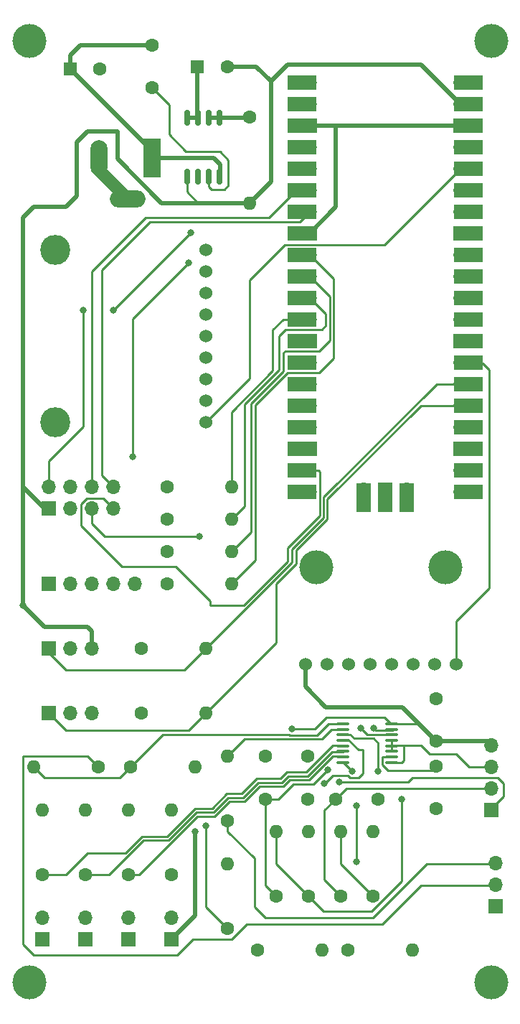
<source format=gbr>
%TF.GenerationSoftware,KiCad,Pcbnew,(6.0.5)*%
%TF.CreationDate,2022-08-06T13:25:36-04:00*%
%TF.ProjectId,RICM Greenpower Telemetry Module,5249434d-2047-4726-9565-6e706f776572,rev?*%
%TF.SameCoordinates,Original*%
%TF.FileFunction,Copper,L1,Top*%
%TF.FilePolarity,Positive*%
%FSLAX46Y46*%
G04 Gerber Fmt 4.6, Leading zero omitted, Abs format (unit mm)*
G04 Created by KiCad (PCBNEW (6.0.5)) date 2022-08-06 13:25:36*
%MOMM*%
%LPD*%
G01*
G04 APERTURE LIST*
G04 Aperture macros list*
%AMRoundRect*
0 Rectangle with rounded corners*
0 $1 Rounding radius*
0 $2 $3 $4 $5 $6 $7 $8 $9 X,Y pos of 4 corners*
0 Add a 4 corners polygon primitive as box body*
4,1,4,$2,$3,$4,$5,$6,$7,$8,$9,$2,$3,0*
0 Add four circle primitives for the rounded corners*
1,1,$1+$1,$2,$3*
1,1,$1+$1,$4,$5*
1,1,$1+$1,$6,$7*
1,1,$1+$1,$8,$9*
0 Add four rect primitives between the rounded corners*
20,1,$1+$1,$2,$3,$4,$5,0*
20,1,$1+$1,$4,$5,$6,$7,0*
20,1,$1+$1,$6,$7,$8,$9,0*
20,1,$1+$1,$8,$9,$2,$3,0*%
G04 Aperture macros list end*
%TA.AperFunction,ComponentPad*%
%ADD10R,1.700000X1.700000*%
%TD*%
%TA.AperFunction,ComponentPad*%
%ADD11O,1.700000X1.700000*%
%TD*%
%TA.AperFunction,ComponentPad*%
%ADD12C,1.600000*%
%TD*%
%TA.AperFunction,ComponentPad*%
%ADD13O,1.600000X1.600000*%
%TD*%
%TA.AperFunction,ComponentPad*%
%ADD14R,1.600000X1.600000*%
%TD*%
%TA.AperFunction,ComponentPad*%
%ADD15R,2.000000X4.600000*%
%TD*%
%TA.AperFunction,ComponentPad*%
%ADD16O,2.000000X4.200000*%
%TD*%
%TA.AperFunction,ComponentPad*%
%ADD17O,4.200000X2.000000*%
%TD*%
%TA.AperFunction,SMDPad,CuDef*%
%ADD18R,3.500000X1.700000*%
%TD*%
%TA.AperFunction,SMDPad,CuDef*%
%ADD19R,1.700000X3.500000*%
%TD*%
%TA.AperFunction,SMDPad,CuDef*%
%ADD20RoundRect,0.150000X0.150000X-0.800000X0.150000X0.800000X-0.150000X0.800000X-0.150000X-0.800000X0*%
%TD*%
%TA.AperFunction,ComponentPad*%
%ADD21C,3.540000*%
%TD*%
%TA.AperFunction,ComponentPad*%
%ADD22C,1.524000*%
%TD*%
%TA.AperFunction,ComponentPad*%
%ADD23C,4.000000*%
%TD*%
%TA.AperFunction,SMDPad,CuDef*%
%ADD24RoundRect,0.100000X-0.637500X-0.100000X0.637500X-0.100000X0.637500X0.100000X-0.637500X0.100000X0*%
%TD*%
%TA.AperFunction,ViaPad*%
%ADD25C,4.000000*%
%TD*%
%TA.AperFunction,ViaPad*%
%ADD26C,0.800000*%
%TD*%
%TA.AperFunction,Conductor*%
%ADD27C,0.250000*%
%TD*%
%TA.AperFunction,Conductor*%
%ADD28C,0.500000*%
%TD*%
%TA.AperFunction,Conductor*%
%ADD29C,1.500000*%
%TD*%
G04 APERTURE END LIST*
D10*
%TO.P,J4,1,Pin_1*%
%TO.N,SPD_0*%
X16325000Y-85590000D03*
D11*
%TO.P,J4,2,Pin_2*%
%TO.N,GND*%
X18865000Y-85590000D03*
%TO.P,J4,3,Pin_3*%
%TO.N,+5V*%
X21405000Y-85590000D03*
%TD*%
D12*
%TO.P,C1,1*%
%TO.N,Net-(C1-Pad1)*%
X28500000Y-19500000D03*
%TO.P,C1,2*%
%TO.N,Net-(C1-Pad2)*%
X28500000Y-14500000D03*
%TD*%
%TO.P,R18,1*%
%TO.N,Net-(R17-Pad2)*%
X25970000Y-99550000D03*
D13*
%TO.P,R18,2*%
%TO.N,GND*%
X33590000Y-99550000D03*
%TD*%
D12*
%TO.P,R19,1*%
%TO.N,Net-(J11-Pad3)*%
X37400000Y-105900000D03*
D13*
%TO.P,R19,2*%
%TO.N,Net-(R19-Pad2)*%
X37400000Y-98280000D03*
%TD*%
D14*
%TO.P,C2,1*%
%TO.N,Net-(C1-Pad2)*%
X18847349Y-17250000D03*
D12*
%TO.P,C2,2*%
%TO.N,GND*%
X22347349Y-17250000D03*
%TD*%
%TO.P,C8,1*%
%TO.N,+5V*%
X62000000Y-96500000D03*
%TO.P,C8,2*%
%TO.N,GND*%
X62000000Y-91500000D03*
%TD*%
%TO.P,R20,1*%
%TO.N,Net-(R19-Pad2)*%
X37400000Y-118600000D03*
D13*
%TO.P,R20,2*%
%TO.N,GND*%
X37400000Y-110980000D03*
%TD*%
D12*
%TO.P,R7,1*%
%TO.N,THERM_1*%
X20636000Y-112250000D03*
D13*
%TO.P,R7,2*%
%TO.N,+5V*%
X20636000Y-104630000D03*
%TD*%
D12*
%TO.P,C5,1*%
%TO.N,Net-(C5-Pad1)*%
X50140000Y-103360000D03*
%TO.P,C5,2*%
%TO.N,GND*%
X55140000Y-103360000D03*
%TD*%
D10*
%TO.P,J5,1,Pin_1*%
%TO.N,SPD_1*%
X16325000Y-93210000D03*
D11*
%TO.P,J5,2,Pin_2*%
%TO.N,GND*%
X18865000Y-93210000D03*
%TO.P,J5,3,Pin_3*%
%TO.N,+5V*%
X21405000Y-93210000D03*
%TD*%
D12*
%TO.P,C7,1*%
%TO.N,+5V*%
X62000000Y-99500000D03*
%TO.P,C7,2*%
%TO.N,GND*%
X62000000Y-104500000D03*
%TD*%
%TO.P,R4,1*%
%TO.N,Net-(J2-Pad2)*%
X30290000Y-66510000D03*
D13*
%TO.P,R4,2*%
%TO.N,Net-(R4-Pad2)*%
X37910000Y-66510000D03*
%TD*%
D10*
%TO.P,J8,1,Pin_1*%
%TO.N,GND*%
X15556000Y-119870000D03*
D11*
%TO.P,J8,2,Pin_2*%
%TO.N,THERM_0*%
X15556000Y-117330000D03*
%TD*%
D15*
%TO.P,J1,1*%
%TO.N,Net-(C1-Pad2)*%
X28510000Y-27780000D03*
D16*
%TO.P,J1,2*%
%TO.N,GND*%
X22210000Y-27780000D03*
D17*
%TO.P,J1,3*%
X25610000Y-32580000D03*
%TD*%
D10*
%TO.P,J6,1,Pin_1*%
%TO.N,GND*%
X20636000Y-119870000D03*
D11*
%TO.P,J6,2,Pin_2*%
%TO.N,THERM_1*%
X20636000Y-117330000D03*
%TD*%
D12*
%TO.P,R12,1*%
%TO.N,Net-(C5-Pad1)*%
X50735000Y-114790000D03*
D13*
%TO.P,R12,2*%
%TO.N,Net-(R12-Pad2)*%
X50735000Y-107170000D03*
%TD*%
D18*
%TO.P,U2,1,GPIO0*%
%TO.N,unconnected-(U2-Pad1)*%
X46210000Y-18870000D03*
D11*
X47110000Y-18870000D03*
D18*
%TO.P,U2,2,GPIO1*%
%TO.N,unconnected-(U2-Pad2)*%
X46210000Y-21410000D03*
D11*
X47110000Y-21410000D03*
D18*
%TO.P,U2,3,GND*%
%TO.N,GND*%
X46210000Y-23950000D03*
D10*
X47110000Y-23950000D03*
D18*
%TO.P,U2,4,GPIO2*%
%TO.N,Net-(J3-Pad8)*%
X46210000Y-26490000D03*
D11*
X47110000Y-26490000D03*
D18*
%TO.P,U2,5,GPIO3*%
%TO.N,Net-(J3-Pad7)*%
X46210000Y-29030000D03*
D11*
X47110000Y-29030000D03*
%TO.P,U2,6,GPIO4*%
%TO.N,Net-(J3-Pad6)*%
X47110000Y-31570000D03*
D18*
X46210000Y-31570000D03*
D11*
%TO.P,U2,7,GPIO5*%
%TO.N,Net-(J3-Pad5)*%
X47110000Y-34110000D03*
D18*
X46210000Y-34110000D03*
%TO.P,U2,8,GND*%
%TO.N,GND*%
X46210000Y-36650000D03*
D10*
X47110000Y-36650000D03*
D18*
%TO.P,U2,9,GPIO6*%
%TO.N,Net-(R1-Pad2)*%
X46210000Y-39190000D03*
D11*
X47110000Y-39190000D03*
%TO.P,U2,10,GPIO7*%
%TO.N,Net-(R2-Pad2)*%
X47110000Y-41730000D03*
D18*
X46210000Y-41730000D03*
D11*
%TO.P,U2,11,GPIO8*%
%TO.N,Net-(R3-Pad2)*%
X47110000Y-44270000D03*
D18*
X46210000Y-44270000D03*
%TO.P,U2,12,GPIO9*%
%TO.N,Net-(R4-Pad2)*%
X46210000Y-46810000D03*
D11*
X47110000Y-46810000D03*
D10*
%TO.P,U2,13,GND*%
%TO.N,GND*%
X47110000Y-49350000D03*
D18*
X46210000Y-49350000D03*
%TO.P,U2,14,GPIO10*%
%TO.N,SPI_SCK*%
X46210000Y-51890000D03*
D11*
X47110000Y-51890000D03*
%TO.P,U2,15,GPIO11*%
%TO.N,SPI_TX*%
X47110000Y-54430000D03*
D18*
X46210000Y-54430000D03*
D11*
%TO.P,U2,16,GPIO12*%
%TO.N,SPI_RX*%
X47110000Y-56970000D03*
D18*
X46210000Y-56970000D03*
%TO.P,U2,17,GPIO13*%
%TO.N,SD_CS*%
X46210000Y-59510000D03*
D11*
X47110000Y-59510000D03*
D10*
%TO.P,U2,18,GND*%
%TO.N,GND*%
X47110000Y-62050000D03*
D18*
X46210000Y-62050000D03*
D11*
%TO.P,U2,19,GPIO14*%
%TO.N,I2C0_SDA*%
X47110000Y-64590000D03*
D18*
X46210000Y-64590000D03*
D11*
%TO.P,U2,20,GPIO15*%
%TO.N,I2C0_SCL*%
X47110000Y-67130000D03*
D18*
X46210000Y-67130000D03*
D11*
%TO.P,U2,21,GPIO16*%
%TO.N,I2C_SDA*%
X64890000Y-67130000D03*
D18*
X65790000Y-67130000D03*
%TO.P,U2,22,GPIO17*%
%TO.N,I2C_SCL*%
X65790000Y-64590000D03*
D11*
X64890000Y-64590000D03*
D18*
%TO.P,U2,23,GND*%
%TO.N,GND*%
X65790000Y-62050000D03*
D10*
X64890000Y-62050000D03*
D18*
%TO.P,U2,24,GPIO18*%
%TO.N,unconnected-(U2-Pad24)*%
X65790000Y-59510000D03*
D11*
X64890000Y-59510000D03*
%TO.P,U2,25,GPIO19*%
%TO.N,SPD_1*%
X64890000Y-56970000D03*
D18*
X65790000Y-56970000D03*
D11*
%TO.P,U2,26,GPIO20*%
%TO.N,SPD_0*%
X64890000Y-54430000D03*
D18*
X65790000Y-54430000D03*
D11*
%TO.P,U2,27,GPIO21*%
%TO.N,ACC_INT*%
X64890000Y-51890000D03*
D18*
X65790000Y-51890000D03*
%TO.P,U2,28,GND*%
%TO.N,GND*%
X65790000Y-49350000D03*
D10*
X64890000Y-49350000D03*
D18*
%TO.P,U2,29,GPIO22*%
%TO.N,SD_DET*%
X65790000Y-46810000D03*
D11*
X64890000Y-46810000D03*
%TO.P,U2,30,RUN*%
%TO.N,unconnected-(U2-Pad30)*%
X64890000Y-44270000D03*
D18*
X65790000Y-44270000D03*
%TO.P,U2,31,GPIO26_ADC0*%
%TO.N,unconnected-(U2-Pad31)*%
X65790000Y-41730000D03*
D11*
X64890000Y-41730000D03*
D18*
%TO.P,U2,32,GPIO27_ADC1*%
%TO.N,unconnected-(U2-Pad32)*%
X65790000Y-39190000D03*
D11*
X64890000Y-39190000D03*
D18*
%TO.P,U2,33,AGND*%
%TO.N,unconnected-(U2-Pad33)*%
X65790000Y-36650000D03*
D10*
X64890000Y-36650000D03*
D11*
%TO.P,U2,34,GPIO28_ADC2*%
%TO.N,unconnected-(U2-Pad34)*%
X64890000Y-34110000D03*
D18*
X65790000Y-34110000D03*
D11*
%TO.P,U2,35,ADC_VREF*%
%TO.N,unconnected-(U2-Pad35)*%
X64890000Y-31570000D03*
D18*
X65790000Y-31570000D03*
%TO.P,U2,36,3V3*%
%TO.N,+3V3*%
X65790000Y-29030000D03*
D11*
X64890000Y-29030000D03*
%TO.P,U2,37,3V3_EN*%
%TO.N,unconnected-(U2-Pad37)*%
X64890000Y-26490000D03*
D18*
X65790000Y-26490000D03*
D10*
%TO.P,U2,38,GND*%
%TO.N,GND*%
X64890000Y-23950000D03*
D18*
X65790000Y-23950000D03*
D11*
%TO.P,U2,39,VSYS*%
%TO.N,+5V*%
X64890000Y-21410000D03*
D18*
X65790000Y-21410000D03*
D11*
%TO.P,U2,40,VBUS*%
%TO.N,unconnected-(U2-Pad40)*%
X64890000Y-18870000D03*
D18*
X65790000Y-18870000D03*
D19*
%TO.P,U2,41,SWCLK*%
%TO.N,unconnected-(U2-Pad41)*%
X53460000Y-67800000D03*
D11*
X53460000Y-66900000D03*
D19*
%TO.P,U2,42,GND*%
%TO.N,unconnected-(U2-Pad42)*%
X56000000Y-67800000D03*
D10*
X56000000Y-66900000D03*
D11*
%TO.P,U2,43,SWDIO*%
%TO.N,unconnected-(U2-Pad43)*%
X58540000Y-66900000D03*
D19*
X58540000Y-67800000D03*
%TD*%
D12*
%TO.P,R3,1*%
%TO.N,Net-(J2-Pad3)*%
X30290000Y-70320000D03*
D13*
%TO.P,R3,2*%
%TO.N,Net-(R3-Pad2)*%
X37910000Y-70320000D03*
%TD*%
D10*
%TO.P,J9,1,Pin_1*%
%TO.N,Net-(C6-Pad1)*%
X68500000Y-104630000D03*
D11*
%TO.P,J9,2,Pin_2*%
%TO.N,Net-(C5-Pad1)*%
X68500000Y-102090000D03*
%TO.P,J9,3,Pin_3*%
%TO.N,GND*%
X68500000Y-99550000D03*
%TO.P,J9,4,Pin_4*%
%TO.N,+5V*%
X68500000Y-97010000D03*
%TD*%
D20*
%TO.P,U1,1,FB*%
%TO.N,+5V*%
X32595000Y-30000000D03*
%TO.P,U1,2,NC*%
%TO.N,unconnected-(U1-Pad2)*%
X33865000Y-30000000D03*
%TO.P,U1,3,VC*%
%TO.N,Net-(C1-Pad1)*%
X35135000Y-30000000D03*
%TO.P,U1,4,VIN*%
%TO.N,Net-(C1-Pad2)*%
X36405000Y-30000000D03*
%TO.P,U1,5,SW*%
%TO.N,Net-(L1-Pad1)*%
X36405000Y-23000000D03*
%TO.P,U1,6,SW*%
X35135000Y-23000000D03*
%TO.P,U1,7,GND*%
%TO.N,GND*%
X33865000Y-23000000D03*
%TO.P,U1,8,GND*%
X32595000Y-23000000D03*
%TD*%
D10*
%TO.P,J11,1,Pin_1*%
%TO.N,GND*%
X69000000Y-116025000D03*
D11*
%TO.P,J11,2,Pin_2*%
%TO.N,Net-(J11-Pad2)*%
X69000000Y-113485000D03*
%TO.P,J11,3,Pin_3*%
%TO.N,Net-(J11-Pad3)*%
X69000000Y-110945000D03*
%TD*%
D12*
%TO.P,R11,1*%
%TO.N,Net-(R10-Pad2)*%
X46925000Y-114790000D03*
D13*
%TO.P,R11,2*%
%TO.N,GND*%
X46925000Y-107170000D03*
%TD*%
D12*
%TO.P,R16,1*%
%TO.N,Net-(J10-Pad2)*%
X30796000Y-112250000D03*
D13*
%TO.P,R16,2*%
%TO.N,+5V*%
X30796000Y-104630000D03*
%TD*%
D10*
%TO.P,J3,1,Pin_1*%
%TO.N,+5V*%
X16330000Y-69055000D03*
D11*
%TO.P,J3,2,Pin_2*%
%TO.N,GND*%
X18870000Y-69055000D03*
%TO.P,J3,3,Pin_3*%
%TO.N,I2C0_SCL*%
X21410000Y-69055000D03*
%TO.P,J3,4,Pin_4*%
%TO.N,I2C0_SDA*%
X23950000Y-69055000D03*
%TO.P,J3,5,Pin_5*%
%TO.N,Net-(J3-Pad5)*%
X23950000Y-66515000D03*
%TO.P,J3,6,Pin_6*%
%TO.N,Net-(J3-Pad6)*%
X21410000Y-66515000D03*
%TO.P,J3,7,Pin_7*%
%TO.N,Net-(J3-Pad7)*%
X18870000Y-66515000D03*
%TO.P,J3,8,Pin_8*%
%TO.N,Net-(J3-Pad8)*%
X16330000Y-66515000D03*
%TD*%
D12*
%TO.P,L1,1,1*%
%TO.N,Net-(L1-Pad1)*%
X40000000Y-22920000D03*
D13*
%TO.P,L1,2,2*%
%TO.N,+5V*%
X40000000Y-33080000D03*
%TD*%
D12*
%TO.P,R13,1*%
%TO.N,Net-(R12-Pad2)*%
X54545000Y-114790000D03*
D13*
%TO.P,R13,2*%
%TO.N,GND*%
X54545000Y-107170000D03*
%TD*%
D14*
%TO.P,C3,1*%
%TO.N,GND*%
X33847349Y-17000000D03*
D12*
%TO.P,C3,2*%
%TO.N,+5V*%
X37347349Y-17000000D03*
%TD*%
%TO.P,R6,1*%
%TO.N,+5V*%
X27240000Y-93210000D03*
D13*
%TO.P,R6,2*%
%TO.N,SPD_1*%
X34860000Y-93210000D03*
%TD*%
D10*
%TO.P,J2,1,Pin_1*%
%TO.N,GND*%
X16325000Y-77940000D03*
D11*
%TO.P,J2,2,Pin_2*%
%TO.N,Net-(J2-Pad2)*%
X18865000Y-77940000D03*
%TO.P,J2,3,Pin_3*%
%TO.N,Net-(J2-Pad3)*%
X21405000Y-77940000D03*
%TO.P,J2,4,Pin_4*%
%TO.N,Net-(J2-Pad4)*%
X23945000Y-77940000D03*
%TO.P,J2,5,Pin_5*%
%TO.N,Net-(J2-Pad5)*%
X26485000Y-77940000D03*
%TD*%
D12*
%TO.P,R5,1*%
%TO.N,+5V*%
X27240000Y-85590000D03*
D13*
%TO.P,R5,2*%
%TO.N,SPD_0*%
X34860000Y-85590000D03*
%TD*%
D12*
%TO.P,R1,1*%
%TO.N,Net-(J2-Pad5)*%
X30290000Y-77940000D03*
D13*
%TO.P,R1,2*%
%TO.N,Net-(R1-Pad2)*%
X37910000Y-77940000D03*
%TD*%
D12*
%TO.P,R9,1*%
%TO.N,THERM_0*%
X15556000Y-112250000D03*
D13*
%TO.P,R9,2*%
%TO.N,+5V*%
X15556000Y-104630000D03*
%TD*%
D12*
%TO.P,R10,1*%
%TO.N,Net-(C6-Pad1)*%
X43115000Y-114790000D03*
D13*
%TO.P,R10,2*%
%TO.N,Net-(R10-Pad2)*%
X43115000Y-107170000D03*
%TD*%
D21*
%TO.P,U4,*%
%TO.N,*%
X17080000Y-58910000D03*
X17080000Y-38590000D03*
D22*
%TO.P,U4,1,3v*%
%TO.N,+3V3*%
X34860000Y-58910000D03*
%TO.P,U4,2,GND*%
%TO.N,GND*%
X34860000Y-56370000D03*
%TO.P,U4,3,CLK*%
%TO.N,SPI_SCK*%
X34860000Y-53830000D03*
%TO.P,U4,4,SO/D0*%
%TO.N,SPI_RX*%
X34860000Y-51290000D03*
%TO.P,U4,5,SI/CMD*%
%TO.N,SPI_TX*%
X34860000Y-48750000D03*
%TO.P,U4,6,CS/D3*%
%TO.N,SD_CS*%
X34860000Y-46210000D03*
%TO.P,U4,7,D1*%
%TO.N,unconnected-(U4-Pad7)*%
X34860000Y-43670000D03*
%TO.P,U4,8,D2*%
%TO.N,unconnected-(U4-Pad8)*%
X34860000Y-41130000D03*
%TO.P,U4,9,DET*%
%TO.N,SD_DET*%
X34860000Y-38590000D03*
%TD*%
D12*
%TO.P,R15,1*%
%TO.N,GND*%
X40956000Y-121140000D03*
D13*
%TO.P,R15,2*%
%TO.N,THERM_3*%
X48576000Y-121140000D03*
%TD*%
D12*
%TO.P,R2,1*%
%TO.N,Net-(J2-Pad4)*%
X30290000Y-74130000D03*
D13*
%TO.P,R2,2*%
%TO.N,Net-(R2-Pad2)*%
X37910000Y-74130000D03*
%TD*%
D23*
%TO.P,U3,*%
%TO.N,*%
X47880000Y-76000000D03*
X63120000Y-76000000D03*
D22*
%TO.P,U3,1,VCC*%
%TO.N,+5V*%
X46610000Y-87430000D03*
%TO.P,U3,2,GND*%
%TO.N,GND*%
X49150000Y-87430000D03*
%TO.P,U3,3,SCL*%
%TO.N,I2C_SCL*%
X51690000Y-87430000D03*
%TO.P,U3,4,SDA*%
%TO.N,I2C_SDA*%
X54230000Y-87430000D03*
%TO.P,U3,5,XDA*%
%TO.N,unconnected-(U3-Pad5)*%
X56770000Y-87430000D03*
%TO.P,U3,6,XCL*%
%TO.N,unconnected-(U3-Pad6)*%
X59310000Y-87430000D03*
%TO.P,U3,7,ADO*%
%TO.N,GND*%
X61850000Y-87430000D03*
%TO.P,U3,8,INT*%
%TO.N,ACC_INT*%
X64390000Y-87430000D03*
%TD*%
D12*
%TO.P,R14,1*%
%TO.N,Net-(J10-Pad2)*%
X51624000Y-121140000D03*
D13*
%TO.P,R14,2*%
%TO.N,THERM_3*%
X59244000Y-121140000D03*
%TD*%
D10*
%TO.P,J10,1,Pin_1*%
%TO.N,GND*%
X30796000Y-119875000D03*
D11*
%TO.P,J10,2,Pin_2*%
%TO.N,Net-(J10-Pad2)*%
X30796000Y-117335000D03*
%TD*%
D12*
%TO.P,R8,1*%
%TO.N,THERM_2*%
X25716000Y-112250000D03*
D13*
%TO.P,R8,2*%
%TO.N,+5V*%
X25716000Y-104630000D03*
%TD*%
D12*
%TO.P,R17,1*%
%TO.N,Net-(J11-Pad2)*%
X22160000Y-99550000D03*
D13*
%TO.P,R17,2*%
%TO.N,Net-(R17-Pad2)*%
X14540000Y-99550000D03*
%TD*%
D10*
%TO.P,J7,1,Pin_1*%
%TO.N,GND*%
X25716000Y-119870000D03*
D11*
%TO.P,J7,2,Pin_2*%
%TO.N,THERM_2*%
X25716000Y-117330000D03*
%TD*%
D12*
%TO.P,C4,1*%
%TO.N,+5V*%
X41845000Y-98280000D03*
%TO.P,C4,2*%
%TO.N,GND*%
X46845000Y-98280000D03*
%TD*%
D24*
%TO.P,U5,1,CH0*%
%TO.N,Net-(R17-Pad2)*%
X51047500Y-94481000D03*
%TO.P,U5,2,CH1*%
%TO.N,Net-(R19-Pad2)*%
X51047500Y-95131000D03*
%TO.P,U5,3,CH2*%
%TO.N,Net-(R10-Pad2)*%
X51047500Y-95781000D03*
%TO.P,U5,4,CH3*%
%TO.N,Net-(R12-Pad2)*%
X51047500Y-96431000D03*
%TO.P,U5,5,CH4*%
%TO.N,THERM_0*%
X51047500Y-97081000D03*
%TO.P,U5,6,CH5*%
%TO.N,THERM_1*%
X51047500Y-97731000D03*
%TO.P,U5,7,CH6*%
%TO.N,THERM_2*%
X51047500Y-98381000D03*
%TO.P,U5,8,CH7*%
%TO.N,THERM_3*%
X51047500Y-99031000D03*
%TO.P,U5,9,GND*%
%TO.N,GND*%
X56772500Y-99031000D03*
%TO.P,U5,10,REFin/REFout*%
%TO.N,+5V*%
X56772500Y-98381000D03*
%TO.P,U5,11,COM*%
%TO.N,GND*%
X56772500Y-97731000D03*
%TO.P,U5,12,A0*%
X56772500Y-97081000D03*
%TO.P,U5,13,A1*%
X56772500Y-96431000D03*
%TO.P,U5,14,SCL*%
%TO.N,I2C_SCL*%
X56772500Y-95781000D03*
%TO.P,U5,15,SDA*%
%TO.N,I2C_SDA*%
X56772500Y-95131000D03*
%TO.P,U5,16,VDD*%
%TO.N,+5V*%
X56772500Y-94481000D03*
%TD*%
D12*
%TO.P,C6,1*%
%TO.N,Net-(C6-Pad1)*%
X41845000Y-103360000D03*
%TO.P,C6,2*%
%TO.N,GND*%
X46845000Y-103360000D03*
%TD*%
D25*
%TO.N,*%
X14000000Y-125000000D03*
X14000000Y-14000000D03*
X68500000Y-125000000D03*
X68500000Y-14000000D03*
D26*
%TO.N,GND*%
X33590000Y-107170000D03*
%TO.N,I2C_SCL*%
X53148000Y-94978000D03*
%TO.N,+5V*%
X45020000Y-95105000D03*
X13270000Y-80500000D03*
%TO.N,Net-(C6-Pad1)*%
X49211000Y-99931000D03*
X50608000Y-101328000D03*
%TO.N,Net-(J3-Pad7)*%
X26224000Y-62974000D03*
X32828000Y-40114000D03*
%TO.N,I2C_SDA*%
X54672000Y-94978000D03*
%TO.N,Net-(J3-Pad8)*%
X20382000Y-45702000D03*
X23938000Y-45702000D03*
X33082000Y-36558000D03*
%TO.N,Net-(R10-Pad2)*%
X57974000Y-103360000D03*
X55180000Y-100058000D03*
%TO.N,I2C0_SCL*%
X34098000Y-72372000D03*
%TO.N,Net-(R12-Pad2)*%
X48830000Y-101544500D03*
%TO.N,THERM_3*%
X52640000Y-104122000D03*
X52132000Y-100058000D03*
X52640000Y-110726000D03*
%TO.N,Net-(R19-Pad2)*%
X34860000Y-106535000D03*
%TD*%
D27*
%TO.N,Net-(C1-Pad1)*%
X35135000Y-30000000D02*
X35135000Y-31135000D01*
X32500000Y-27000000D02*
X30500000Y-25000000D01*
X37500000Y-28000000D02*
X36500000Y-27000000D01*
X37000000Y-31500000D02*
X37500000Y-31000000D01*
X30500000Y-25000000D02*
X30500000Y-21500000D01*
X37500000Y-31000000D02*
X37500000Y-28000000D01*
X28500000Y-19500000D02*
X30500000Y-21500000D01*
X35135000Y-31135000D02*
X35500000Y-31500000D01*
X36500000Y-27000000D02*
X32500000Y-27000000D01*
X35500000Y-31500000D02*
X37000000Y-31500000D01*
D28*
%TO.N,Net-(C1-Pad2)*%
X18847349Y-17250000D02*
X18847349Y-15652651D01*
X18847349Y-15652651D02*
X20000000Y-14500000D01*
X28510000Y-27780000D02*
X35780000Y-27780000D01*
X36500000Y-29905000D02*
X36405000Y-30000000D01*
X28510000Y-27780000D02*
X28510000Y-26912651D01*
X36500000Y-28500000D02*
X36500000Y-29905000D01*
X20000000Y-14500000D02*
X28500000Y-14500000D01*
X28510000Y-26912651D02*
X18847349Y-17250000D01*
X35780000Y-27780000D02*
X36500000Y-28500000D01*
D27*
%TO.N,GND*%
X58228000Y-97010000D02*
X56704000Y-97010000D01*
X64400000Y-98000000D02*
X61250000Y-98000000D01*
D28*
X47110000Y-36650000D02*
X50200000Y-33560000D01*
X50200000Y-23950000D02*
X64890000Y-23950000D01*
D27*
X60260000Y-97010000D02*
X58228000Y-97010000D01*
D29*
X22210000Y-27780000D02*
X22210000Y-29180000D01*
D27*
X65950000Y-99550000D02*
X64400000Y-98000000D01*
D28*
X33590000Y-117076000D02*
X30796000Y-119870000D01*
D27*
X68450000Y-99550000D02*
X65950000Y-99550000D01*
X56772500Y-96431000D02*
X56772500Y-97586500D01*
D28*
X33590000Y-107170000D02*
X33590000Y-117076000D01*
D27*
X56772500Y-99031000D02*
X57985000Y-99031000D01*
D28*
X47110000Y-23950000D02*
X50200000Y-23950000D01*
X32595000Y-23000000D02*
X33865000Y-23000000D01*
D29*
X22210000Y-29180000D02*
X25610000Y-32580000D01*
D27*
X58228000Y-98788000D02*
X58228000Y-97010000D01*
X61250000Y-98000000D02*
X60260000Y-97010000D01*
D28*
X50200000Y-33560000D02*
X50200000Y-23950000D01*
X33847349Y-22982349D02*
X33865000Y-23000000D01*
D27*
X57985000Y-99031000D02*
X58228000Y-98788000D01*
D28*
X33847349Y-17000000D02*
X33847349Y-22982349D01*
D27*
%TO.N,I2C_SCL*%
X53910000Y-95740000D02*
X56704000Y-95740000D01*
X53148000Y-94978000D02*
X53910000Y-95740000D01*
D28*
%TO.N,+5V*%
X20890000Y-24620000D02*
X19620000Y-25890000D01*
D27*
X56772500Y-94481000D02*
X59981000Y-94481000D01*
D28*
X68000000Y-96500000D02*
X68500000Y-97000000D01*
X42500000Y-18750000D02*
X40750000Y-17000000D01*
X19620000Y-32240000D02*
X18350000Y-33510000D01*
D27*
X49084000Y-93708000D02*
X55942000Y-93708000D01*
X55629520Y-98381000D02*
X55629520Y-99274542D01*
D28*
X44500000Y-16750000D02*
X60230000Y-16750000D01*
D27*
X45020000Y-95105000D02*
X47687000Y-95105000D01*
D28*
X15795000Y-69055000D02*
X16330000Y-69055000D01*
X24380000Y-27880000D02*
X29580000Y-33080000D01*
D27*
X55629520Y-99274542D02*
X56354978Y-100000000D01*
D28*
X46610000Y-87430000D02*
X46610000Y-90110000D01*
X33920000Y-33080000D02*
X40000000Y-33080000D01*
X21405000Y-83555000D02*
X20890000Y-83040000D01*
X14540000Y-33510000D02*
X13270000Y-34780000D01*
X19620000Y-25890000D02*
X19620000Y-32240000D01*
X18350000Y-33510000D02*
X14540000Y-33510000D01*
D27*
X55942000Y-93708000D02*
X56704000Y-94470000D01*
D28*
X60000000Y-94500000D02*
X62000000Y-96500000D01*
X60230000Y-16750000D02*
X64890000Y-21410000D01*
X40000000Y-33080000D02*
X42500000Y-30580000D01*
X62000000Y-96500000D02*
X68000000Y-96500000D01*
X13270000Y-34780000D02*
X13270000Y-66530000D01*
X42500000Y-18750000D02*
X44500000Y-16750000D01*
X58000000Y-92500000D02*
X60000000Y-94500000D01*
D27*
X47687000Y-95105000D02*
X49084000Y-93708000D01*
D28*
X13270000Y-66530000D02*
X15795000Y-69055000D01*
D27*
X59981000Y-94481000D02*
X60000000Y-94500000D01*
D28*
X20890000Y-83040000D02*
X15810000Y-83040000D01*
X29580000Y-33080000D02*
X33920000Y-33080000D01*
X13270000Y-80500000D02*
X15810000Y-83040000D01*
X24380000Y-24620000D02*
X24380000Y-27880000D01*
X40750000Y-17000000D02*
X37347349Y-17000000D01*
D27*
X32595000Y-31755000D02*
X33920000Y-33080000D01*
D28*
X42500000Y-30580000D02*
X42500000Y-18750000D01*
X13270000Y-80500000D02*
X13270000Y-66530000D01*
D27*
X56772500Y-98381000D02*
X55629520Y-98381000D01*
D28*
X21405000Y-85590000D02*
X21405000Y-83555000D01*
D27*
X32595000Y-30000000D02*
X32595000Y-31755000D01*
X56354978Y-100000000D02*
X61500000Y-100000000D01*
X61500000Y-100000000D02*
X62000000Y-99500000D01*
D28*
X46610000Y-90110000D02*
X49000000Y-92500000D01*
X20890000Y-24620000D02*
X24380000Y-24620000D01*
X49000000Y-92500000D02*
X58000000Y-92500000D01*
D27*
%TO.N,Net-(C5-Pad1)*%
X50140000Y-103360000D02*
X51410000Y-102090000D01*
X51410000Y-102090000D02*
X68410000Y-102090000D01*
X48830000Y-112885000D02*
X48830000Y-104670000D01*
X48830000Y-104670000D02*
X50140000Y-103360000D01*
X68410000Y-102090000D02*
X68500000Y-102000000D01*
X50735000Y-114790000D02*
X48830000Y-112885000D01*
%TO.N,Net-(C6-Pad1)*%
X70000000Y-103000000D02*
X68500000Y-104500000D01*
X70000000Y-101500000D02*
X70000000Y-103000000D01*
X69320000Y-100820000D02*
X70000000Y-101500000D01*
X59244000Y-100820000D02*
X69320000Y-100820000D01*
X41845000Y-103360000D02*
X41845000Y-113520000D01*
X45133300Y-101582000D02*
X47560000Y-101582000D01*
X43355300Y-103360000D02*
X45133300Y-101582000D01*
X58736000Y-101328000D02*
X59244000Y-100820000D01*
X41845000Y-113520000D02*
X43115000Y-114790000D01*
X41845000Y-103360000D02*
X43355300Y-103360000D01*
X50608000Y-101328000D02*
X58736000Y-101328000D01*
X47560000Y-101582000D02*
X49211000Y-99931000D01*
%TO.N,Net-(J3-Pad5)*%
X22584511Y-64073489D02*
X22584511Y-40959489D01*
X37780282Y-35288000D02*
X45932000Y-35288000D01*
X22584511Y-65176511D02*
X23938000Y-66530000D01*
X45932000Y-35288000D02*
X47110000Y-34110000D01*
X22584511Y-40959489D02*
X28256000Y-35288000D01*
X28256000Y-35288000D02*
X37780282Y-35288000D01*
X22584511Y-64073489D02*
X22584511Y-65176511D01*
%TO.N,THERM_1*%
X20636000Y-112250000D02*
X23430000Y-112250000D01*
X43817802Y-101386480D02*
X44579803Y-100624480D01*
X35748282Y-104884000D02*
X37467803Y-103164480D01*
X41023803Y-101386480D02*
X43817802Y-101386480D01*
X44579803Y-100624480D02*
X46857189Y-100624480D01*
X27494000Y-108186000D02*
X30414282Y-108186000D01*
X39245802Y-103164480D02*
X41023803Y-101386480D01*
X23430000Y-112250000D02*
X27494000Y-108186000D01*
X33716283Y-104884000D02*
X35748282Y-104884000D01*
X46857189Y-100624480D02*
X49709669Y-97772000D01*
X49709669Y-97772000D02*
X51116000Y-97772000D01*
X30414282Y-108186000D02*
X33716283Y-104884000D01*
X37467803Y-103164480D02*
X39245802Y-103164480D01*
%TO.N,THERM_2*%
X39432000Y-103614000D02*
X41210000Y-101836000D01*
X33844000Y-105392000D02*
X35876000Y-105392000D01*
X44766000Y-101074000D02*
X47052000Y-101074000D01*
X49837386Y-98280000D02*
X50608000Y-98280000D01*
X37654000Y-103614000D02*
X39432000Y-103614000D01*
X41210000Y-101836000D02*
X44004000Y-101836000D01*
X44004000Y-101836000D02*
X44766000Y-101074000D01*
X48486489Y-99630897D02*
X49837386Y-98280000D01*
X47052000Y-101074000D02*
X48486489Y-99639511D01*
X26986000Y-112250000D02*
X33844000Y-105392000D01*
X48486489Y-99639511D02*
X48486489Y-99630897D01*
X25716000Y-112250000D02*
X26986000Y-112250000D01*
X35876000Y-105392000D02*
X37654000Y-103614000D01*
%TO.N,THERM_0*%
X43631606Y-100936960D02*
X44393606Y-100174960D01*
X15556000Y-112250000D02*
X18350000Y-112250000D01*
X44766001Y-100174961D02*
X46670990Y-100174961D01*
X39059604Y-102714960D02*
X40837606Y-100936960D01*
X27307803Y-107736480D02*
X30228084Y-107736480D01*
X44393606Y-100174960D02*
X44766001Y-100174961D01*
X25334282Y-109710000D02*
X27307803Y-107736480D01*
X46670990Y-100174961D02*
X49835951Y-97010000D01*
X20890000Y-109710000D02*
X25334282Y-109710000D01*
X40837606Y-100936960D02*
X43631606Y-100936960D01*
X18350000Y-112250000D02*
X20890000Y-109710000D01*
X49835951Y-97010000D02*
X51116000Y-97010000D01*
X33530086Y-104434480D02*
X35562084Y-104434480D01*
X37281606Y-102714960D02*
X39059604Y-102714960D01*
X35562084Y-104434480D02*
X37281606Y-102714960D01*
X30228084Y-107736480D02*
X33530086Y-104434480D01*
%TO.N,Net-(J3-Pad6)*%
X37908000Y-34780000D02*
X42290978Y-34780000D01*
X45500978Y-31570000D02*
X47110000Y-31570000D01*
X27748000Y-34780000D02*
X37908000Y-34780000D01*
X21410000Y-66264000D02*
X21398000Y-66276000D01*
X42290978Y-34780000D02*
X45500978Y-31570000D01*
X21410000Y-41118000D02*
X27748000Y-34780000D01*
X21410000Y-41118000D02*
X21410000Y-66264000D01*
%TO.N,Net-(J3-Pad7)*%
X26224000Y-46718000D02*
X32828000Y-40114000D01*
X26224000Y-62466000D02*
X26224000Y-46718000D01*
X26224000Y-62974000D02*
X26224000Y-62466000D01*
%TO.N,I2C_SDA*%
X54672000Y-94978000D02*
X54926000Y-95232000D01*
X54926000Y-95232000D02*
X56958000Y-95232000D01*
%TO.N,Net-(J3-Pad8)*%
X16318000Y-63482000D02*
X16318000Y-66530000D01*
X23950000Y-45690000D02*
X23938000Y-45702000D01*
X20382000Y-45702000D02*
X20382000Y-59418000D01*
X20382000Y-59418000D02*
X16318000Y-63482000D01*
X23950000Y-45690000D02*
X33082000Y-36558000D01*
%TO.N,Net-(J11-Pad2)*%
X13270000Y-98280000D02*
X13270000Y-120505000D01*
X14540000Y-121775000D02*
X31431000Y-121775000D01*
X33336000Y-119870000D02*
X37908000Y-119870000D01*
X13270000Y-120505000D02*
X14540000Y-121775000D01*
X60265000Y-113515000D02*
X62800000Y-113515000D01*
X39686000Y-118092000D02*
X55688000Y-118092000D01*
X55688000Y-118092000D02*
X60265000Y-113515000D01*
X62800000Y-113515000D02*
X68985000Y-113515000D01*
X20890000Y-98280000D02*
X13270000Y-98280000D01*
X31431000Y-121775000D02*
X33336000Y-119870000D01*
X37908000Y-119870000D02*
X39686000Y-118092000D01*
X22160000Y-99550000D02*
X20890000Y-98280000D01*
%TO.N,SPD_0*%
X44975000Y-73910718D02*
X48734031Y-70151686D01*
X16325000Y-85590000D02*
X16325000Y-86095000D01*
X34860000Y-85590000D02*
X44975000Y-75475000D01*
X48734031Y-70151686D02*
X48734031Y-67765969D01*
X32320000Y-88120000D02*
X34860000Y-85580000D01*
X16325000Y-86095000D02*
X18350000Y-88120000D01*
X18350000Y-88120000D02*
X32320000Y-88120000D01*
X62070000Y-54430000D02*
X64890000Y-54430000D01*
X48734031Y-67765969D02*
X62070000Y-54430000D01*
X44975000Y-75475000D02*
X44975000Y-73910718D01*
%TO.N,SPD_1*%
X45500000Y-74021436D02*
X49183551Y-70337883D01*
X60213551Y-56970000D02*
X64890000Y-56970000D01*
X32838000Y-95232000D02*
X34860000Y-93210000D01*
X43115000Y-77970718D02*
X45500000Y-75585718D01*
X49183551Y-70337883D02*
X49183551Y-68000000D01*
X18347000Y-95232000D02*
X32838000Y-95232000D01*
X34860000Y-93210000D02*
X39305000Y-88765000D01*
X39305000Y-88765000D02*
X39305000Y-88755000D01*
X45500000Y-75585718D02*
X45500000Y-74021436D01*
X49183551Y-68000000D02*
X60213551Y-56970000D01*
X43115000Y-84945000D02*
X43115000Y-77970718D01*
X16325000Y-93210000D02*
X18347000Y-95232000D01*
X39305000Y-88755000D02*
X43115000Y-84945000D01*
%TO.N,+3V3*%
X40000000Y-53770000D02*
X40000000Y-42150978D01*
X40000000Y-42150978D02*
X44150978Y-38000000D01*
X44150978Y-38000000D02*
X55920000Y-38000000D01*
X55920000Y-38000000D02*
X64890000Y-29030000D01*
X34860000Y-58910000D02*
X40000000Y-53770000D01*
%TO.N,Net-(R4-Pad2)*%
X37910000Y-66510000D02*
X37910000Y-57710978D01*
X42750000Y-48000000D02*
X43940000Y-46810000D01*
X37910000Y-57710978D02*
X42750000Y-52870978D01*
X42750000Y-52870978D02*
X42750000Y-48000000D01*
X43940000Y-46810000D02*
X47110000Y-46810000D01*
D28*
%TO.N,Net-(L1-Pad1)*%
X35135000Y-23000000D02*
X39920000Y-23000000D01*
X39920000Y-23000000D02*
X40000000Y-22920000D01*
D27*
%TO.N,Net-(J11-Pad3)*%
X40575000Y-116060000D02*
X41845000Y-117330000D01*
X37400000Y-105900000D02*
X37400000Y-107170000D01*
X62800000Y-110975000D02*
X68975000Y-110975000D01*
X54545000Y-117330000D02*
X60900000Y-110975000D01*
X41845000Y-117330000D02*
X54545000Y-117330000D01*
X60900000Y-110975000D02*
X62800000Y-110975000D01*
X37400000Y-107170000D02*
X40575000Y-110345000D01*
X40575000Y-110345000D02*
X40575000Y-116060000D01*
%TO.N,Net-(R1-Pad2)*%
X40643520Y-75206480D02*
X40643520Y-56884612D01*
X37910000Y-77940000D02*
X40643520Y-75206480D01*
X48185489Y-53064511D02*
X49899040Y-51350960D01*
X40643520Y-56884612D02*
X44463621Y-53064511D01*
X49899040Y-51350960D02*
X49899040Y-41979040D01*
X44463621Y-53064511D02*
X48185489Y-53064511D01*
X49899040Y-41979040D02*
X47110000Y-39190000D01*
%TO.N,Net-(R2-Pad2)*%
X49449520Y-49300480D02*
X49449520Y-44069520D01*
X49449520Y-44069520D02*
X47110000Y-41730000D01*
X48225489Y-50524511D02*
X49449520Y-49300480D01*
X40194000Y-71846000D02*
X40194000Y-56698414D01*
X44225489Y-50524511D02*
X48225489Y-50524511D01*
X37910000Y-74130000D02*
X40194000Y-71846000D01*
X40194000Y-56698414D02*
X44000000Y-52892414D01*
X44000000Y-52892414D02*
X44000000Y-50750000D01*
X44000000Y-50750000D02*
X44225489Y-50524511D01*
%TO.N,Net-(R3-Pad2)*%
X43500000Y-52756696D02*
X43500000Y-48750000D01*
X39432000Y-68816000D02*
X39432000Y-56824696D01*
X39414000Y-68816000D02*
X39432000Y-68816000D01*
X44265489Y-47984511D02*
X48515489Y-47984511D01*
X37910000Y-70320000D02*
X39414000Y-68816000D01*
X48515489Y-47984511D02*
X49000000Y-47500000D01*
X49000000Y-46160000D02*
X47110000Y-44270000D01*
X43500000Y-48750000D02*
X44265489Y-47984511D01*
X49000000Y-47500000D02*
X49000000Y-46160000D01*
X39432000Y-56824696D02*
X43500000Y-52756696D01*
%TO.N,Net-(R10-Pad2)*%
X51878000Y-95740000D02*
X51116000Y-95740000D01*
X54418000Y-116568000D02*
X57974000Y-113012000D01*
X43115000Y-107170000D02*
X43115000Y-110980000D01*
X55180000Y-96756000D02*
X54613520Y-96189520D01*
X48703000Y-116568000D02*
X54418000Y-116568000D01*
X54613520Y-96189520D02*
X52327520Y-96189520D01*
X46925000Y-114790000D02*
X48703000Y-116568000D01*
X57974000Y-113012000D02*
X57974000Y-103360000D01*
X55180000Y-100058000D02*
X55180000Y-96756000D01*
X52327520Y-96189520D02*
X51878000Y-95740000D01*
X43115000Y-110980000D02*
X46925000Y-114790000D01*
%TO.N,I2C0_SDA*%
X35368000Y-80500000D02*
X39314282Y-80500000D01*
X22748489Y-67880489D02*
X20809511Y-67880489D01*
X39314282Y-80500000D02*
X44500000Y-75314282D01*
X35368000Y-79992000D02*
X35368000Y-80500000D01*
X44500000Y-73750000D02*
X48284511Y-69965489D01*
X20809511Y-67880489D02*
X20128000Y-68562000D01*
X48284511Y-69965489D02*
X48284511Y-64784511D01*
X44500000Y-75314282D02*
X44500000Y-73750000D01*
X48090000Y-64590000D02*
X47110000Y-64590000D01*
X20128000Y-68562000D02*
X20128000Y-71102000D01*
X31304000Y-75928000D02*
X35368000Y-79992000D01*
X48284511Y-64784511D02*
X48090000Y-64590000D01*
X23938000Y-69070000D02*
X22748489Y-67880489D01*
X24954000Y-75928000D02*
X31304000Y-75928000D01*
X20128000Y-71102000D02*
X24954000Y-75928000D01*
%TO.N,I2C0_SCL*%
X21398000Y-70848000D02*
X22922000Y-72372000D01*
X21398000Y-70848000D02*
X21398000Y-69070000D01*
X22922000Y-72372000D02*
X34098000Y-72372000D01*
%TO.N,Net-(R12-Pad2)*%
X48830000Y-101544500D02*
X48867500Y-101544500D01*
X48867500Y-101544500D02*
X49846000Y-100566000D01*
X53402000Y-100312000D02*
X53402000Y-97518000D01*
X53402000Y-97518000D02*
X52836480Y-97518000D01*
X51624000Y-96305520D02*
X51116000Y-96305520D01*
X52836480Y-97518000D02*
X51624000Y-96305520D01*
X51615386Y-100566000D02*
X51869386Y-100820000D01*
X50735000Y-107170000D02*
X50735000Y-110980000D01*
X50735000Y-110980000D02*
X54545000Y-114790000D01*
X52894000Y-100820000D02*
X53402000Y-100312000D01*
X51869386Y-100820000D02*
X52894000Y-100820000D01*
X49846000Y-100566000D02*
X51615386Y-100566000D01*
%TO.N,THERM_3*%
X52640000Y-110726000D02*
X52640000Y-104122000D01*
X52132000Y-100058000D02*
X51116000Y-99042000D01*
%TO.N,ACC_INT*%
X68250000Y-78500000D02*
X68250000Y-52750000D01*
X68250000Y-52750000D02*
X67500000Y-52000000D01*
X64390000Y-82360000D02*
X68250000Y-78500000D01*
X64390000Y-87350000D02*
X64390000Y-82360000D01*
%TO.N,Net-(R17-Pad2)*%
X44719897Y-95829511D02*
X47978489Y-95829511D01*
X29780000Y-95740000D02*
X44630386Y-95740000D01*
X15810000Y-100820000D02*
X14540000Y-99550000D01*
X44630386Y-95740000D02*
X44719897Y-95829511D01*
X49338000Y-94470000D02*
X50862000Y-94470000D01*
X25970000Y-99550000D02*
X29780000Y-95740000D01*
X25970000Y-99550000D02*
X24700000Y-100820000D01*
X47978489Y-95829511D02*
X49338000Y-94470000D01*
X24700000Y-100820000D02*
X15810000Y-100820000D01*
%TO.N,Net-(R19-Pad2)*%
X34860000Y-116060000D02*
X37400000Y-118600000D01*
X48544969Y-96279031D02*
X49592000Y-95232000D01*
X39178000Y-96502000D02*
X39400969Y-96279031D01*
X37400000Y-98280000D02*
X39178000Y-96502000D01*
X51047500Y-95131000D02*
X49693000Y-95131000D01*
X34860000Y-106535000D02*
X34860000Y-116060000D01*
X49693000Y-95131000D02*
X49592000Y-95232000D01*
X39400969Y-96279031D02*
X48544969Y-96279031D01*
%TD*%
M02*

</source>
